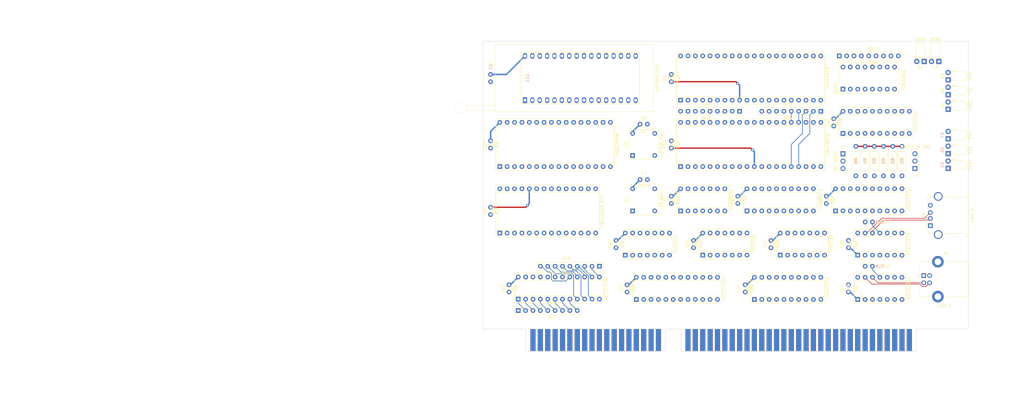
<source format=kicad_pcb>
(kicad_pcb (version 20221018) (generator pcbnew)
  (layers (0 "F.Cu" signal) (31 "B.Cu" signal) (34 "B.Paste" user) (35 "F.Paste" user) (36 "B.SilkS" user "B.Silkscreen") (37 "F.SilkS" user "F.Silkscreen") (38 "B.Mask" user) (39 "F.Mask" user) (44 "Edge.Cuts" user))
  (net 0 "")
  (net 1 "+5V")
  (net 2 "GND")
  (net 3 "/Blinkenlights/INT")
  (net 4 "Net-(D3-K)")
  (net 5 "Net-(D4-K)")
  (net 6 "Net-(D5-K)")
  (net 7 "Net-(D6-K)")
  (net 8 "D7")
  (net 9 "D6")
  (net 10 "D5")
  (net 11 "D4")
  (net 12 "D3")
  (net 13 "/MOSI")
  (net 14 "/MISO")
  (net 15 "/SCLK")
  (net 16 "/SDA")
  (net 17 "/SCL")
  (net 18 "D2")
  (net 19 "D1")
  (net 20 "D0")
  (net 21 "A15")
  (net 22 "A14")
  (net 23 "A13")
  (net 24 "A12")
  (net 25 "A11")
  (net 26 "A10")
  (net 27 "A9")
  (net 28 "A8")
  (net 29 "A7")
  (net 30 "A6")
  (net 31 "A5")
  (net 32 "A4")
  (net 33 "A3")
  (net 34 "A2")
  (net 35 "A1")
  (net 36 "+3V3")
  (net 37 "A0")
  (net 38 "-12V")
  (net 39 "~{RESET}")
  (net 40 "+12V")
  (net 41 "~{IRQ}2")
  (net 42 "~{M1}")
  (net 43 "CLK2")
  (net 44 "~{MREQ}")
  (net 45 "~{IORQ}")
  (net 46 "~{WR}")
  (net 47 "~{RD}")
  (net 48 "~{BUSRQ}")
  (net 49 "~{BUSAK}")
  (net 50 "~{WAIT}")
  (net 51 "~{HALT}")
  (net 52 "~{RFSH}")
  (net 53 "CLK")
  (net 54 "~{IRQ}7")
  (net 55 "~{IRQ}6")
  (net 56 "~{IRQ}5")
  (net 57 "~{IRQ}4")
  (net 58 "~{IRQ}3")
  (net 59 "~{NMI}")
  (net 61 "CTCLK1")
  (net 62 "~{CLK}")
  (net 63 "/TX2")
  (net 64 "BA22")
  (net 65 "BA21")
  (net 66 "BA20")
  (net 67 "BA19")
  (net 68 "BA18")
  (net 69 "BA17")
  (net 70 "BA16")
  (net 71 "BA15")
  (net 72 "/RX2")
  (net 73 "/D8")
  (net 74 "/D9")
  (net 75 "/D10")
  (net 76 "/D11")
  (net 77 "/D12")
  (net 78 "/D13")
  (net 79 "/D14")
  (net 80 "/D15")
  (net 81 "~{IRQ}8")
  (net 82 "~{IRQ}9")
  (net 83 "~{IRQ}10")
  (net 84 "~{IRQ}11")
  (net 85 "~{IRQ}12")
  (net 86 "~{IRQ}13")
  (net 87 "~{IRQ}14")
  (net 88 "~{IRQ}15")
  (net 89 "/USR1")
  (net 90 "/USR2")
  (net 91 "/USR3")
  (net 92 "/USR4")
  (net 93 "/USR5")
  (net 94 "/USR6")
  (net 95 "/USR7")
  (net 96 "/Blinkenlights/NMI")
  (net 97 "~{IRQ}0")
  (net 98 "~{IRQ}1")
  (net 99 "CTC_IEI")
  (net 100 "~{INT}")
  (net 101 "/Blinkenlights/BUSRQ")
  (net 102 "/Blinkenlights/BUSAK")
  (net 103 "~{ROM_CS}")
  (net 104 "/Blinkenlights/WAIT")
  (net 105 "~{RAM_OE}")
  (net 106 "~{CTC_CS}")
  (net 107 "/Blinkenlights/HALT")
  (net 108 "/Blinkenlights/ROM_CS")
  (net 109 "/Blinkenlights/RESET")
  (net 110 "Net-(RN5-R8)")
  (net 111 "Net-(RN5-R7)")
  (net 112 "Net-(RN5-R6)")
  (net 113 "Net-(RN5-R5)")
  (net 114 "Net-(RN5-R4)")
  (net 115 "Net-(RN5-R3)")
  (net 116 "Net-(RN5-R2)")
  (net 117 "Net-(RN5-R1)")
  (net 118 "Net-(U15-VUSB)")
  (net 119 "Net-(U16-VUSB)")
  (net 120 "Net-(D7-K)")
  (net 121 "Net-(D8-K)")
  (net 122 "~{MODE1}")
  (net 123 "/Glue Logic/~{MODE0{slash}2}")
  (net 124 "IE")
  (net 125 "Net-(D1-K)")
  (net 126 "R_FTRA")
  (net 127 "Net-(D2-K)")
  (net 128 "R_FTRB")
  (net 129 "Net-(D3-A)")
  (net 130 "Net-(D4-A)")
  (net 131 "Net-(D5-A)")
  (net 132 "Net-(D6-A)")
  (net 133 "/Glue Logic/~{ROM_SEL}")
  (net 134 "/Glue Logic/~{RAM_SEL}")
  (net 135 "Net-(D7-A)")
  (net 136 "Net-(D8-A)")
  (net 137 "CTCLK0")
  (net 138 "Net-(U2A-C)")
  (net 139 "Net-(U2B-D)")
  (net 140 "Net-(U2B-C)")
  (net 141 "Net-(U7-Q2)")
  (net 142 "Net-(U7-Q3)")
  (net 143 "/TX")
  (net 144 "/RX")
  (net 146 "Net-(U6-D4)")
  (net 147 "Net-(J1-Pin_2)")
  (net 148 "Net-(U6-D3)")
  (net 149 "Net-(J3-Pin_2)")
  (net 151 "Net-(U6-D2)")
  (net 152 "Net-(U6-D1)")
  (net 153 "Net-(U14-~{DTRA})")
  (net 154 "~{BANK_RD}")
  (net 155 "~{BANK_WR}")
  (net 156 "~{SIO_CS}")
  (net 157 "Net-(U7-Q0)")
  (net 158 "Net-(U7-Q1)")
  (net 162 "Net-(U13-CLK{slash}TRG3)")
  (net 166 "Net-(U14-RxDA)")
  (net 167 "Net-(U14-TxDA)")
  (net 168 "Net-(U14-~{DTRB})")
  (net 171 "~{RAM_CS}")
  (net 172 "Net-(U14-TxDB)")
  (net 173 "Net-(U14-RxDB)")
  (net 185 "/SIO/D1-")
  (net 186 "/SIO/D1+")
  (net 187 "/SIO/D2-")
  (net 188 "/SIO/D2+")
  (footprint "Package_DIP:DIP-14_W7.62mm_Socket" (layer "F.Cu") (at 216.477053 121.984553 90)
    (fp_text reference "U15")
    (fp_text value "MCP2221A")
  )
  (footprint "LED_THT:LED_D3.0mm_Horizontal_O1.27mm_Z2.0mm_Clear" (layer "F.Cu") (at 247.592053 66.699553 90)
    (fp_text reference "D7")
    (fp_text value "RX1")
  )
  (footprint "Connector_PinHeader_2.54mm:PinHeader_1x03_P2.54mm_Vertical" (layer "F.Cu") (at 211.392053 71.834553)
    (fp_text reference "J1")
    (fp_text value "INT MODE")
  )
  (footprint "Connector_PinHeader_2.54mm:PinHeader_1x03_P2.54mm_Vertical" (layer "F.Cu") (at 236.162053 76.899553 180)
    (fp_text reference "J3")
    (fp_text value "SIO1 CLK SRC")
  )
  (footprint "Package_DIP:DIP-32_W15.24mm_Socket" (layer "F.Cu") (at 93.287053 76.264553 90)
    (fp_text reference "U12")
    (fp_text value "AS6C4008")
  )
  (footprint "Resistor_THT:R_Array_SIP9" (layer "F.Cu") (at 175.832053 57.214553 180)
    (fp_text reference "RN3")
    (fp_text value "10K")
  )
  (footprint "Resistor_THT:R_Array_SIP9" (layer "F.Cu") (at 127.577053 110.554553 180)
    (fp_text reference "RN2")
    (fp_text value "3K3")
  )
  (footprint "Resistor_THT:R_Axial_DIN0207_L6.3mm_D2.5mm_P10.16mm_Horizontal" (layer "F.Cu") (at 215.837053 79.439553 90)
    (fp_text reference "R6")
    (fp_text value "220")
  )
  (footprint "Capacitor_THT:C_Disc_D3.0mm_W1.6mm_P2.50mm" (layer "F.Cu") (at 90.117053 67.394553 -90)
    (fp_text reference "C2")
    (fp_text value "1µF")
  )
  (footprint "0_Library:ZIF_Socket-32" (layer "F.Cu") (at 101.957053 53.404553 90)
    (fp_text reference "U11")
    (fp_text value "SST39SF010")
  )
  (footprint "LED_THT:LED_D3.0mm_Horizontal_O1.27mm_Z2.0mm_Clear" (layer "F.Cu") (at 247.592053 51.499553 90)
    (fp_text reference "D6")
    (fp_text value "TX2")
  )
  (footprint "Package_DIP:DIP-40_W15.24mm_Socket" (layer "F.Cu") (at 155.512053 76.264553 90)
    (fp_text reference "U10")
    (fp_text value "Z84C0010")
  )
  (footprint "Resistor_THT:R_Array_SIP9" (layer "F.Cu") (at 203.772053 57.214553 180)
    (fp_text reference "RN4")
    (fp_text value "3K3")
  )
  (footprint "0_Library:BAR_GRAPH_8" (layer "F.Cu") (at 211.392053 49.594553 90)
    (fp_text reference "BAR1")
    (fp_text value "F2010BW")
  )
  (footprint "Capacitor_THT:C_Disc_D3.0mm_W2.0mm_P2.50mm" (layer "F.Cu") (at 141.562053 61.659553)
    (fp_text reference "C6")
    (fp_text value "1µF")
  )
  (footprint "Capacitor_THT:C_Disc_D3.4mm_W2.1mm_P2.50mm" (layer "F.Cu") (at 221.537053 95.314553 180)
    (fp_text reference "C19")
    (fp_text value "0.47µF")
  )
  (footprint "Package_DIP:DIP-24_W7.62mm_Socket" (layer "F.Cu") (at 140.277053 121.984553 90)
    (fp_text reference "U5")
    (fp_text value "ATF22V10C")
  )
  (footprint "LED_THT:LED_D3.0mm_Horizontal_O1.27mm_Z2.0mm_Clear" (layer "F.Cu") (at 247.592053 46.414153 90)
    (fp_text reference "D8")
    (fp_text value "RX2")
  )
  (footprint "Resistor_THT:R_Axial_DIN0207_L6.3mm_D2.5mm_P10.16mm_Horizontal" (layer "F.Cu") (at 222.187053 79.439553 90)
    (fp_text reference "R2")
    (fp_text value "150")
  )
  (footprint "LED_THT:LED_D3.0mm_Horizontal_O1.27mm_Z2.0mm_Clear" (layer "F.Cu") (at 247.592053 71.779553 90)
    (fp_text reference "D5")
    (fp_text value "TX1")
  )
  (footprint "Resistor_THT:R_Axial_DIN0207_L6.3mm_D2.5mm_P10.16mm_Horizontal" (layer "F.Cu") (at 231.712053 79.439553 90)
    (fp_text reference "R1")
    (fp_text value "150")
  )
  (footprint "Capacitor_THT:C_Disc_D3.0mm_W2.0mm_P2.50mm" (layer "F.Cu") (at 213.302053 104.184553 90)
    (fp_text reference "C20")
    (fp_text value "1µF")
  )
  (footprint "Package_DIP:DIP-20_W7.62mm_Socket" (layer "F.Cu") (at 180.917053 121.984553 90)
    (fp_text reference "U7")
    (fp_text value "74HCT273")
  )
  (footprint "Resistor_THT:R_Axial_DIN0207_L6.3mm_D2.5mm_P10.16mm_Horizontal" (layer "F.Cu") (at 219.012053 79.439553 90)
    (fp_text reference "R4")
    (fp_text value "330")
  )
  (footprint "Capacitor_THT:C_Disc_D3.4mm_W2.1mm_P2.50mm" (layer "F.Cu") (at 159.967053 101.684553 -90)
    (fp_text reference "C12")
    (fp_text value "1µF")
  )
  (footprint "Capacitor_THT:C_Disc_D3.0mm_W1.6mm_P2.50mm" (layer "F.Cu") (at 90.117053 90.254553 -90)
    (fp_text reference "C3")
    (fp_text value "1µF")
  )
  (footprint "Connector_USB:USB_B_Lumberg_2411_02_Horizontal" (layer "F.Cu") (at 239.204353 113.749553)
    (fp_text reference "J4")
    (fp_text value "COM 1")
  )
  (footprint "Package_DIP:DIP-20_W7.62mm_Socket" (layer "F.Cu") (at 178.372053 91.504553 90)
    (fp_text reference "U6")
    (fp_text value "74HCT373")
  )
  (footprint "Package_DIP:DIP-40_W15.24mm_Socket" (layer "F.Cu") (at 155.512053 53.404553 90)
    (fp_text reference "U14")
    (fp_text value "Z84C4010")
  )
  (footprint "Capacitor_THT:C_Disc_D3.4mm_W2.1mm_P2.50mm" (layer "F.Cu") (at 186.637053 101.704553 -90)
    (fp_text reference "C14")
    (fp_text value "1µF")
  )
  (footprint "Resistor_THT:R_Axial_DIN0207_L6.3mm_D2.5mm_P10.16mm_Horizontal" (layer "F.Cu") (at 225.362053 79.439553 90)
    (fp_text reference "R5")
    (fp_text value "220")
  )
  (footprint "0_Library:DIP-8-4_W7.62mm_Oscillator_Socket" (layer "F.Cu") (at 139.007053 72.444553 90)
    (fp_text reference "X2")
    (fp_text value "7.3728 MHz")
  )
  (footprint "Package_DIP:DIP-20_W7.62mm_Socket" (layer "F.Cu") (at 211.392053 64.834553 90)
    (fp_text reference "U17")
    (fp_text value "74HCT240")
  )
  (footprint "Capacitor_THT:C_Disc_D3.0mm_W1.6mm_P2.50mm" (layer "F.Cu") (at 141.582053 80.719553)
    (fp_text reference "C7")
    (fp_text value "1µF")
  )
  (footprint "Package_DIP:DIP-14_W7.62mm_Socket" (layer "F.Cu") (at 163.137053 106.734553 90)
    (fp_text reference "U8")
    (fp_text value "74HCT32")
  )
  (footprint "Package_DIP:DIP-24_W7.62mm_Socket" (layer "F.Cu") (at 99.637053 121.867551 90)
    (fp_text reference "U4")
    (fp_text value "ATF22V10C")
  )
  (footprint "Capacitor_THT:C_Disc_D3.0mm_W2.0mm_P2.50mm" (layer "F.Cu") (at 137.107053 116.944553 -90)
    (fp_text reference "C9")
    (fp_text value "1µF")
  )
  (footprint "Capacitor_THT:C_Disc_D3.4mm_W2.1mm_P2.50mm" (layer "F.Cu") (at 175.202053 86.444553 -90)
    (fp_text reference "C13")
    (fp_text value "1µF")
  )
  (footprint "Capacitor_THT:C_Disc_D3.0mm_W1.6mm_P2.50mm" (layer "F.Cu") (at 90.117053 44.534553 -90)
    (fp_text reference "C1")
    (fp_text value "1µF")
  )
  (footprint "Package_DIP:DIP-28_W15.24mm_Socket" (layer "F.Cu") (at 93.287053 99.124553 90)
    (fp_text reference "U13")
    (fp_text value "Z84C3010 CTC")
  )
  (footprint "Capacitor_THT:C_Disc_D3.4mm_W2.1mm_P2.50mm" (layer "F.Cu") (at 208.222053 59.774553 -90)
    (fp_text reference "C16")
    (fp_text value "1µF")
  )
  (footprint "0_Library:BUS_AT v2" (layer "F.Cu") (at 234.257053 139.764553)
    (fp_text reference "J2" hide)
    (fp_text value "BUS 1" hide)
  )
  (footprint "Capacitor_THT:C_Disc_D3.4mm_W2.1mm_P2.50mm" (layer "F.Cu") (at 205.682053 86.444553 -90)
    (fp_text reference "C17")
    (fp_text value "1µF")
  )
  (footprint "LED_THT:LED_D3.0mm_Horizontal_O1.27mm_Z2.0mm_Clear" (layer "F.Cu") (at 247.592053 76.879553 90)
    (fp_text reference "D3")
    (fp_text value "USB1")
  )
  (footprint "Capacitor_THT:C_Disc_D3.4mm_W2.1mm_P2.50mm" (layer "F.Cu") (at 152.342053 69.894553 90)
    (fp_text reference "C10")
    (fp_text value "1µF")
  )
  (footprint "Connector_USB:USB_A_Stewart_SS-52100-001_Horizontal" (layer "F.Cu") (at 241.475053 96.584553 90)
    (fp_text reference "J5")
    (fp_text value "COM 2")
  )
  (footprint "Package_DIP:DIP-14_W7.62mm_Socket" (layer "F.Cu") (at 189.807053 106.734553 90)
    (fp_text reference "U3")
    (fp_text value "74HCT32")
  )
  (footprint "Package_DIP:DIP-14_W7.62mm_Socket" (layer "F.Cu") (at 136.467053 106.744553 90)
    (fp_text reference "U2")
    (fp_text value "74HCT74")
  )
  (footprint "Package_DIP:DIP-14_W7.62mm_Socket" (layer "F.Cu") (at 155.512053 91.504553 90)
    (fp_text reference "U1")
    (fp_text value "74HCT132")
  )
  (footprint "Resistor_THT:R_Axial_DIN0207_L6.3mm_D2.5mm_P10.16mm_Horizontal" (layer "F.Cu") (at 228.537053 79.439553 90)
    (fp_text reference "R3")
    (fp_text value "330")
  )
  (footprint "Capacitor_THT:C_Disc_D3.4mm_W2.1mm_P2.50mm" (layer "F.Cu") (at 152.342053 86.444553 -90)
    (fp_text reference "C11")
    (fp_text value "1µF")
  )
  (footprint "Capacitor_THT:C_Disc_D3.0mm_W2.0mm_P2.50mm" (layer "F.Cu") (at 152.342053 47.034553 90)
    (fp_text reference "C5")
    (fp_text value "1µF")
  )
  (footprint "Capacitor_THT:C_Disc_D3.0mm_W2.0mm_P2.50mm" (layer "F.Cu") (at 133.297053 101.664553 -90)
    (fp_text reference "C8")
    (fp_text value "1µF")
  )
  (footprint "Capacitor_THT:C_Disc_D3.0mm_W2.0mm_P2.50mm" (layer "F.Cu") (at 213.302053 119.424553 90)
    (fp_text reference "C21")
    (fp_text value "1µF")
  )
  (footprint "Package_DIP:DIP-14_W7.62mm_Socket" (layer "F.Cu") (at 216.472053 106.744553 90)
    (fp_text reference "U16")
    (fp_text value "MCP2221A")
  )
  (footprint "Package_DIP:DIP-20_W7.62mm_Socket" (layer "F.Cu") (at 208.857053 91.494553 90)
    (fp_text reference "U9")
    (fp_text value "74HCT373")
  )
  (footprint "Capacitor_THT:C_Disc_D3.0mm_W1.6mm_P2.50mm" (layer "F.Cu") (at 96.467053 116.924553 -90)
    (fp_text reference "C4")
    (fp_text value "1µF")
  )
  (footprint "LED_THT:LED_D3.0mm_Horizontal_O1.27mm_Z2.0mm_Clear" (layer "F.Cu") (at 244.417053 40.069553 180)
    (fp_text reference "D2")
    (fp_text value "DTRB")
  )
  (footprint "Capacitor_THT:C_Disc_D3.4mm_W2.1mm_P2.50mm" (layer "F.Cu") (at 177.747053 116.924553 -90)
    (fp_text reference "C15")
    (fp_text value "1µF")
  )
  (footprint "LED_THT:LED_D3.0mm_Horizontal_O1.27mm_Z2.0mm_Clear" (layer "F.Cu") (at 239.337053 40.069553 180)
    (fp_text reference "D1")
    (fp_text value "DTRA")
  )
  (footprint "LED_THT:LED_D3.0mm_Horizontal_O1.27mm_Z2.0mm_Clear" (layer "F.Cu") (at 247.592053 56.559553 90)
    (fp_text reference "D4")
    (fp_text value "USB2")
  )
  (footprint "0_Library:DIP-8-4_W7.62mm_Oscillator_Socket" (layer "F.Cu") (at 139.007053 91.504553 90)
    (fp_text reference "X1")
    (fp_text value "20 MHz")
  )
  (footprint "Resistor_THT:R_Array_SIP9" (layer "F.Cu") (at 99.637053 125.794553)
    (fp_text reference "RN1")
    (fp_text value "3K3")
  )
  (footprint "Capacitor_THT:C_Disc_D3.4mm_W2.1mm_P2.50mm" (layer "F.Cu") (at 221.537053 110.554553 180)
    (fp_text reference "C18")
    (fp_text value "0.47µF")
  )
  (footprint "Resistor_THT:R_Array_SIP9" (layer "F.Cu") (at 210.122053 38.164553)
    (fp_text reference "RN5")
    (fp_text value "330")
  )
  (gr_arc (start 100.658053 44.697291) (mid 101.745293 45.784553) (end 100.658053 46.871837) (stroke (width 0.15)) (layer "F.SilkS"))
  (gr_rect (start 100.613538 36.819007) (end 141.400569 54.674553) (stroke (width 0.15)) (fill none) (layer "F.SilkS"))
  (gr_line (start 150.310053 139.764553) (end 150.310053 132.144553) (stroke (width 0.1)) (layer "Edge.Cuts"))
  (gr_circle (center 249.497053 38.164553) (end 251.097053 38.164553) (stroke (width 0.01)) (fill none) (layer "Edge.Cuts"))
  (gr_line (start 102.304053 139.764553) (end 150.310053 139.764553) (stroke (width 0.1)) (layer "Edge.Cuts"))
  (gr_line (start 236.670053 132.144553) (end 254.577053 132.144553) (stroke (width 0.1)) (layer "Edge.Cuts"))
  (gr_line (start 254.577053 132.144553) (end 254.577053 33.084553) (stroke (width 0.1)) (layer "Edge.Cuts"))
  (gr_line (start 155.644053 132.144553) (end 155.644053 139.764553) (stroke (width 0.1)) (layer "Edge.Cuts"))
  (gr_line (start 87.572053 132.144553) (end 102.304053 132.144553) (stroke (width 0.1)) (layer "Edge.Cuts"))
  (gr_line (start 150.310053 132.144553) (end 155.644053 132.144553) (stroke (width 0.1)) (layer "Edge.Cuts"))
  (gr_line (start 254.577053 33.084553) (end 87.572053 33.084553) (stroke (width 0.1)) (layer "Edge.Cuts"))
  (gr_line (start 155.644053 139.764553) (end 236.670053 139.764553) (stroke (width 0.1)) (layer "Edge.Cuts"))
  (gr_line (start 236.670053 139.764553) (end 236.670053 132.144553) (stroke (width 0.1)) (layer "Edge.Cuts"))
  (gr_circle (center 249.497053 127.064553) (end 251.097053 127.064553) (stroke (width 0.01)) (fill none) (layer "Edge.Cuts"))
  (gr_line (start 87.572053 33.084553) (end 87.572053 132.144553) (stroke (width 0.1)) (layer "Edge.Cuts"))
  (gr_line (start 102.304053 132.144553) (end 102.304053 139.764553) (stroke (width 0.1)) (layer "Edge.Cuts"))
  (segment (start 152.342053 47.034553) (end 174.547053 47.034553) (width 0.5) (layer "F.Cu") (net 1))
  (segment (start 215.837053 69.279553) (end 219.012053 69.279553) (width 0.5) (layer "F.Cu") (net 1))
  (segment (start 174.547053 47.034553) (end 175.202053 47.689553) (width 0.5) (layer "F.Cu") (net 1))
  (segment (start 228.537053 69.279553) (end 231.712053 69.279553) (width 0.5) (layer "F.Cu") (net 1))
  (segment (start 152.342053 69.894553) (end 179.627053 69.894553) (width 0.5) (layer "F.Cu") (net 1))
  (segment (start 219.012053 69.279553) (end 222.187053 69.279553) (width 0.5) (layer "F.Cu") (net 1))
  (segment (start 179.627053 69.894553) (end 180.282053 70.549553) (width 0.5) (layer "F.Cu") (net 1))
  (segment (start 222.187053 69.279553) (end 225.362053 69.279553) (width 0.5) (layer "F.Cu") (net 1))
  (segment (start 225.362053 69.279553) (end 228.537053 69.279553) (width 0.5) (layer "F.Cu") (net 1))
  (segment (start 102.817053 89.599553) (end 102.162053 90.254553) (width 0.5) (layer "F.Cu") (net 1))
  (segment (start 102.162053 90.254553) (end 90.117053 90.254553) (width 0.5) (layer "F.Cu") (net 1))
  (via (at 180.282053 70.549553) (size 1) (drill 0.5) (layers "F.Cu" "B.Cu") (net 1))
  (via (at 102.817053 89.599553) (size 1) (drill 0.5) (layers "F.Cu" "B.Cu") (net 1))
  (via (at 175.202053 47.689553) (size 1) (drill 0.5) (layers "F.Cu" "B.Cu") (net 1))
  (segment (start 187.217053 101.704553) (end 189.807053 99.114553) (width 0.5) (layer "B.Cu") (net 1))
  (segment (start 180.282053 70.549553) (end 180.912053 71.179553) (width 0.5) (layer "B.Cu") (net 1))
  (segment (start 103.447053 88.969553) (end 103.447053 83.884553) (width 0.5) (layer "B.Cu") (net 1))
  (segment (start 208.832053 59.774553) (end 211.392053 57.214553) (width 0.5) (layer "B.Cu") (net 1))
  (segment (start 160.567053 101.684553) (end 163.137053 99.114553) (width 0.5) (layer "B.Cu") (net 1))
  (segment (start 139.007053 83.294553) (end 141.582053 80.719553) (width 0.5) (layer "B.Cu") (net 1))
  (segment (start 102.817053 89.599553) (end 103.447053 88.969553) (width 0.5) (layer "B.Cu") (net 1))
  (segment (start 175.202053 86.444553) (end 175.812053 86.444553) (width 0.5) (layer "B.Cu") (net 1))
  (segment (start 95.587053 44.534553) (end 101.957053 38.164553) (width 0.5) (layer "B.Cu") (net 1))
  (segment (start 175.812053 86.444553) (end 178.372053 83.884553) (width 0.5) (layer "B.Cu") (net 1))
  (segment (start 213.912053 104.184553) (end 216.472053 106.744553) (width 0.5) (layer "B.Cu") (net 1))
  (segment (start 152.952053 86.444553) (end 155.512053 83.884553) (width 0.5) (layer "B.Cu") (net 1))
  (segment (start 137.107053 116.944553) (end 137.697053 116.944553) (width 0.5) (layer "B.Cu") (net 1))
  (segment (start 175.202053 47.689553) (end 175.832053 48.319553) (width 0.5) (layer "B.Cu") (net 1))
  (segment (start 213.302053 119.424553) (end 213.917053 119.424553) (width 0.5) (layer "B.Cu") (net 1))
  (segment (start 90.117053 67.394553) (end 90.117053 64.194553) (width 0.5) (layer "B.Cu") (net 1))
  (segment (start 175.832053 48.319553) (end 175.832053 53.404553) (width 0.5) (layer "B.Cu") (net 1))
  (segment (start 90.117053 44.534553) (end 95.587053 44.534553) (width 0.5) (layer "B.Cu") (net 1))
  (segment (start 186.637053 101.704553) (end 187.217053 101.704553) (width 0.5) (layer "B.Cu") (net 1))
  (segment (start 139.007053 83.884553) (end 139.007053 83.294553) (width 0.5) (layer "B.Cu") (net 1))
  (segment (start 213.917053 119.424553) (end 216.477053 121.984553) (width 0.5) (layer "B.Cu") (net 1))
  (segment (start 90.117053 64.194553) (end 93.287053 61.024553) (width 0.5) (layer "B.Cu") (net 1))
  (segment (start 139.007053 64.214553) (end 141.562053 61.659553) (width 0.5) (layer "B.Cu") (net 1))
  (segment (start 152.342053 86.444553) (end 152.952053 86.444553) (width 0.5) (layer "B.Cu") (net 1))
  (segment (start 208.222053 59.774553) (end 208.832053 59.774553) (width 0.5) (layer "B.Cu") (net 1))
  (segment (start 96.467053 116.924553) (end 96.960051 116.924553) (width 0.5) (layer "B.Cu") (net 1))
  (segment (start 205.682053 86.444553) (end 206.287053 86.444553) (width 0.5) (layer "B.Cu") (net 1))
  (segment (start 96.960051 116.924553) (end 99.637053 114.247551) (width 0.5) (layer "B.Cu") (net 1))
  (segment (start 139.007053 64.824553) (end 139.007053 64.214553) (width 0.5) (layer "B.Cu") (net 1))
  (segment (start 159.967053 101.684553) (end 160.567053 101.684553) (width 0.5) (layer "B.Cu") (net 1))
  (segment (start 137.697053 116.944553) (end 140.277053 114.364553) (width 0.5) (layer "B.Cu") (net 1))
  (segment (start 133.927053 101.664553) (end 136.467053 99.124553) (width 0.5) (layer "B.Cu") (net 1))
  (segment (start 180.912053 71.179553) (end 180.912053 76.264553) (width 0.5) (layer "B.Cu") (net 1))
  (segment (start 213.302053 104.184553) (end 213.912053 104.184553) (width 0.5) (layer "B.Cu") (net 1))
  (segment (start 177.747053 116.924553) (end 178.357053 116.924553) (width 0.5) (layer "B.Cu") (net 1))
  (segment (start 206.287053 86.444553) (end 208.857053 83.874553) (width 0.5) (layer "B.Cu") (net 1))
  (segment (start 133.297053 101.664553) (end 133.927053 101.664553) (width 0.5) (layer "B.Cu") (net 1))
  (segment (start 178.357053 116.924553) (end 180.917053 114.364553) (width 0.5) (layer "B.Cu") (net 1))
  (segment (start 104.717053 121.867551) (end 104.717053 123.254553) (width 0.25) (layer "B.Cu") (net 41))
  (segment (start 104.717053 123.254553) (end 107.257053 125.794553) (width 0.25) (layer "B.Cu") (net 41))
  (segment (start 193.612053 57.214553) (end 193.612053 61.024553) (width 0.25) (layer "B.Cu") (net 48))
  (segment (start 196.152053 57.214553) (end 196.152053 61.024553) (width 0.25) (layer "B.Cu") (net 50))
  (segment (start 117.417053 123.254553) (end 119.957053 125.794553) (width 0.25) (layer "B.Cu") (net 54))
  (segment (start 117.417053 121.867551) (end 117.417053 123.254553) (width 0.25) (layer "B.Cu") (net 54))
  (segment (start 114.877053 123.254553) (end 117.417053 125.794553) (width 0.25) (layer "B.Cu") (net 55))
  (segment (start 114.877053 121.867551) (end 114.877053 123.254553) (width 0.25) (layer "B.Cu") (net 55))
  (segment (start 112.337053 121.867551) (end 112.337053 123.254553) (width 0.25) (layer "B.Cu") (net 56))
  (segment (start 112.337053 123.254553) (end 114.877053 125.794553) (width 0.25) (layer "B.Cu") (net 56))
  (segment (start 109.797053 123.254553) (end 112.337053 125.794553) (width 0.25) (layer "B.Cu") (net 57))
  (segment (start 109.797053 121.867551) (end 109.797053 123.254553) (width 0.25) (layer "B.Cu") (net 57))
  (segment (start 107.257053 123.254553) (end 109.797053 125.794553) (width 0.25) (layer "B.Cu") (net 58))
  (segment (start 107.257053 121.867551) (end 107.257053 123.254553) (width 0.25) (layer "B.Cu") (net 58))
  (segment (start 199.967053 64.834553) (end 199.967053 58.479553) (width 0.25) (layer "B.Cu") (net 59))
  (segment (start 196.152053 68.649553) (end 199.967053 64.834553) (width 0.25) (layer "B.Cu") (net 59))
  (segment (start 196.152053 76.264553) (end 196.152053 68.649553) (width 0.25) (layer "B.Cu") (net 59))
  (segment (start 199.967053 58.479553) (end 201.232053 57.214553) (width 0.25) (layer "B.Cu") (net 59))
  (segment (start 109.797053 110.554553) (end 112.365051 113.122551) (width 0.25) (layer "B.Cu") (net 81))
  (segment (start 112.365051 113.122551) (end 118.085051 113.122551) (width 0.25) (layer "B.Cu") (net 81))
  (segment (start 118.692053 120.602551) (end 119.957053 121.867551) (width 0.25) (layer "B.Cu") (net 81))
  (segment (start 118.692053 113.729553) (end 118.692053 120.602551) (width 0.25) (layer "B.Cu") (net 81))
  (segment (start 118.085051 113.122551) (end 118.692053 113.729553) (width 0.25) (layer "B.Cu") (net 81))
  (segment (start 121.232053 120.602551) (end 122.497053 121.867551) (width 0.25) (layer "B.Cu") (net 82))
  (segment (start 114.877053 110.554553) (end 116.452053 112.129553) (width 0.25) (layer "B.Cu") (net 82))
  (segment (start 119.632053 112.129553) (end 121.232053 113.729553) (width 0.25) (layer "B.Cu") (net 82))
  (segment (start 121.232053 113.729553) (end 121.232053 120.602551) (width 0.25) (layer "B.Cu") (net 82))
  (segment (start 116.452053 112.129553) (end 119.632053 112.129553) (width 0.25) (layer "B.Cu") (net 82))
  (segment (start 119.957053 110.554553) (end 120.395046 110.554553) (width 0.25) (layer "B.Cu") (net 83))
  (segment (start 120.395046 110.554553) (end 123.772053 113.93156) (width 0.25) (layer "B.Cu") (net 83))
  (segment (start 123.772053 113.93156) (end 123.772053 120.602551) (width 0.25) (layer "B.Cu") (net 83))
  (segment (start 123.772053 120.602551) (end 125.037053 121.867551) (width 0.25) (layer "B.Cu") (net 83))
  (segment (start 125.037053 111.707551) (end 127.577053 114.247551) (width 0.25) (layer "B.Cu") (net 84))
  (segment (start 125.037053 110.554553) (end 125.037053 111.707551) (width 0.25) (layer "B.Cu") (net 84))
  (segment (start 122.497053 111.707551) (end 125.037053 114.247551) (width 0.25) (layer "B.Cu") (net 85))
  (segment (start 122.497053 110.554553) (end 122.497053 111.707551) (width 0.25) (layer "B.Cu") (net 85))
  (segment (start 120.508054 111.679553) (end 122.497053 113.668552) (width 0.25) (layer "B.Cu") (net 86))
  (segment (start 118.542053 111.679553) (end 120.508054 111.679553) (width 0.25) (layer "B.Cu") (net 86))
  (segment (start 122.497053 113.668552) (end 122.497053 114.247551) (width 0.25) (layer "B.Cu") (net 86))
  (segment (start 117.417053 110.554553) (end 118.542053 111.679553) (width 0.25) (layer "B.Cu") (net 86))
  (segment (start 114.362053 112.579553) (end 118.550554 112.579553) (width 0.25) (layer "B.Cu") (net 87))
  (segment (start 112.337053 110.554553) (end 114.362053 112.579553) (width 0.25) (layer "B.Cu") (net 87))
  (segment (start 118.550554 112.579553) (end 119.957053 113.986052) (width 0.25) (layer "B.Cu") (net 87))
  (segment (start 119.957053 113.986052) (end 119.957053 114.247551) (width 0.25) (layer "B.Cu") (net 87))
  (segment (start 110.437053 112.459553) (end 111.072053 113.094553) (width 0.25) (layer "B.Cu") (net 88))
  (segment (start 109.600046 112.459553) (end 110.437053 112.459553) (width 0.25) (layer "B.Cu") (net 88))
  (segment (start 116.030051 115.634553) (end 117.417053 114.247551) (width 0.25) (layer "B.Cu") (net 88))
  (segment (start 107.257053 110.554553) (end 107.695046 110.554553) (width 0.25) (layer "B.Cu") (net 88))
  (segment (start 111.602558 115.634553) (end 116.030051 115.634553) (width 0.25) (layer "B.Cu") (net 88))
  (segment (start 111.072053 115.104048) (end 111.602558 115.634553) (width 0.25) (layer "B.Cu") (net 88))
  (segment (start 111.072053 113.094553) (end 111.072053 115.104048) (width 0.25) (layer "B.Cu") (net 88))
  (segment (start 107.695046 110.554553) (end 109.600046 112.459553) (width 0.25) (layer "B.Cu") (net 88))
  (segment (start 99.637053 123.254553) (end 102.177053 125.794553) (width 0.25) (layer "B.Cu") (net 97))
  (segment (start 99.637053 121.867551) (end 99.637053 123.254553) (width 0.25) (layer "B.Cu") (net 97))
  (segment (start 102.177053 121.867551) (end 102.177053 123.254553) (width 0.25) (layer "B.Cu") (net 98))
  (segment (start 102.177053 123.254553) (end 104.717053 125.794553) (width 0.25) (layer "B.Cu") (net 98))
  (segment (start 193.612053 76.264553) (end 193.612053 68.649553) (width 0.25) (layer "B.Cu") (net 100))
  (segment (start 197.427053 64.834553) (end 197.427053 58.479553) (width 0.25) (layer "B.Cu") (net 100))
  (segment (start 197.427053 58.479553) (end 198.692053 57.214553) (width 0.25) (layer "B.Cu") (net 100))
  (segment (start 193.612053 68.649553) (end 197.427053 64.834553) (width 0.25) (layer "B.Cu") (net 100))
  (segment (start 221.537053 111.804553) (end 224.097053 114.364553) (width 0.25) (layer "B.Cu") (net 118))
  (segment (start 221.537053 110.554553) (end 221.537053 111.804553) (width 0.25) (layer "B.Cu") (net 118))
  (segment (start 221.537053 96.569553) (end 224.092053 99.124553) (width 0.25) (layer "B.Cu") (net 119))
  (segment (start 221.537053 95.314553) (end 221.537053 96.569553) (width 0.25) (layer "B.Cu") (net 119))
  (segment (start 239.204353 116.249553) (end 224.097053 116.249553) (width 0.2) (layer "F.Cu") (net 185))
  (segment (start 221.557053 114.364553) (end 223.442053 116.249553) (width 0.2) (layer "F.Cu") (net 185))
  (segment (start 223.442053 116.249553) (end 224.097053 116.249553) (width 0.2) (layer "F.Cu") (net 185))
  (segment (start 239.914353 117.539553) (end 241.204353 116.249553) (width 0.2) (layer "F.Cu") (net 186))
  (segment (start 237.862053 116.699553) (end 238.702053 117.539553) (width 0.2) (layer "F.Cu") (net 186))
  (segment (start 221.352053 116.699553) (end 237.862053 116.699553) (width 0.2) (layer "F.Cu") (net 186))
  (segment (start 238.702053 117.539553) (end 239.914353 117.539553) (width 0.2) (layer "F.Cu") (net 186))
  (segment (start 219.017053 114.364553) (end 221.352053 116.699553) (width 0.2) (layer "F.Cu") (net 186))
  (segment (start 241.475053 94.084553) (end 240.880053 94.679553) (width 0.2) (layer "F.Cu") (net 187))
  (segment (start 240.880053 94.679553) (end 225.367053 94.679553) (width 0.2) (layer "F.Cu") (net 187))
  (segment (start 225.367053 94.679553) (end 221.552053 98.494553) (width 0.2) (layer "F.Cu") (net 187))
  (segment (start 221.552053 98.494553) (end 221.552053 99.124553) (width 0.2) (layer "F.Cu") (net 187))
  (segment (start 241.475053 92.084553) (end 239.515053 94.044553) (width 0.2) (layer "F.Cu") (net 188))
  (segment (start 239.515053 94.044553) (end 224.729553 94.044553) (width 0.2) (layer "F.Cu") (net 188))
  (segment (start 219.649553 99.124553) (end 219.012053 99.124553) (width 0.2) (layer "F.Cu") (net 188))
  (segment (start 224.729553 94.044553) (end 219.649553 99.124553) (width 0.2) (layer "F.Cu") (net 188))
)
</source>
